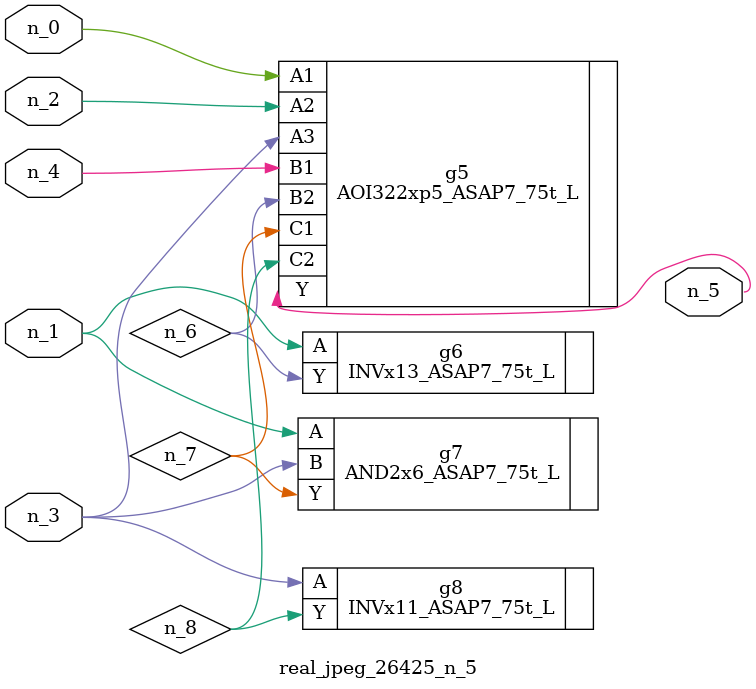
<source format=v>
module real_jpeg_26425_n_5 (n_4, n_0, n_1, n_2, n_3, n_5);

input n_4;
input n_0;
input n_1;
input n_2;
input n_3;

output n_5;

wire n_8;
wire n_6;
wire n_7;

AOI322xp5_ASAP7_75t_L g5 ( 
.A1(n_0),
.A2(n_2),
.A3(n_3),
.B1(n_4),
.B2(n_6),
.C1(n_7),
.C2(n_8),
.Y(n_5)
);

INVx13_ASAP7_75t_L g6 ( 
.A(n_1),
.Y(n_6)
);

AND2x6_ASAP7_75t_L g7 ( 
.A(n_1),
.B(n_3),
.Y(n_7)
);

INVx11_ASAP7_75t_L g8 ( 
.A(n_3),
.Y(n_8)
);


endmodule
</source>
